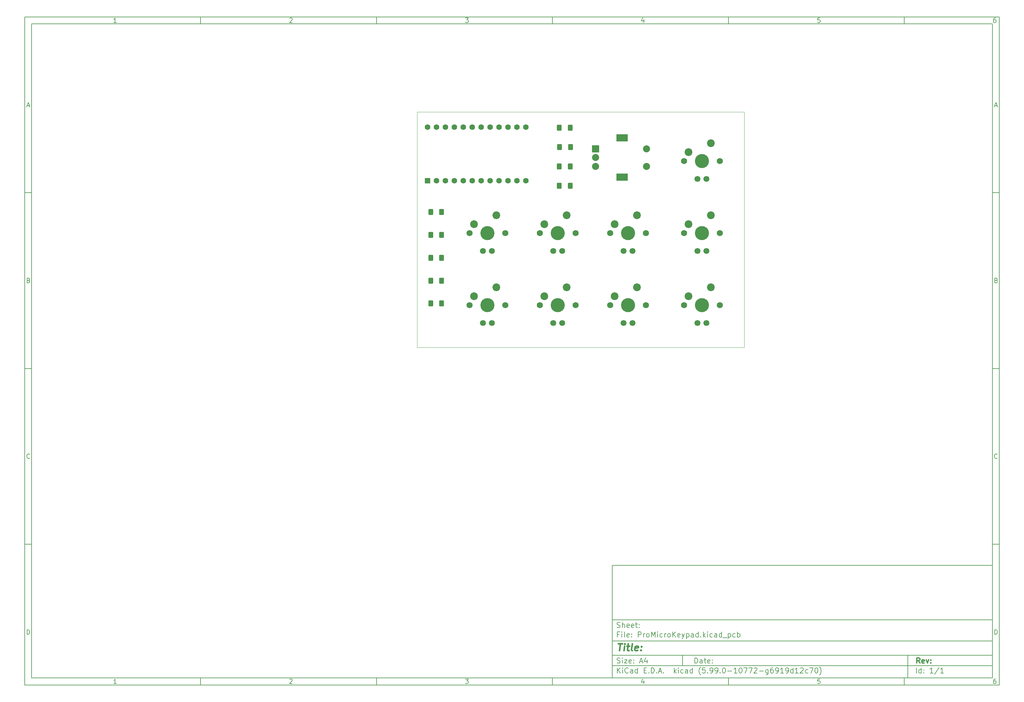
<source format=gbr>
%TF.GenerationSoftware,KiCad,Pcbnew,(5.99.0-10772-g6919d12c70)*%
%TF.CreationDate,2021-08-04T17:25:00+12:00*%
%TF.ProjectId,ProMicroKeypad,50726f4d-6963-4726-9f4b-65797061642e,rev?*%
%TF.SameCoordinates,Original*%
%TF.FileFunction,Soldermask,Top*%
%TF.FilePolarity,Negative*%
%FSLAX46Y46*%
G04 Gerber Fmt 4.6, Leading zero omitted, Abs format (unit mm)*
G04 Created by KiCad (PCBNEW (5.99.0-10772-g6919d12c70)) date 2021-08-04 17:25:00*
%MOMM*%
%LPD*%
G01*
G04 APERTURE LIST*
G04 Aperture macros list*
%AMRoundRect*
0 Rectangle with rounded corners*
0 $1 Rounding radius*
0 $2 $3 $4 $5 $6 $7 $8 $9 X,Y pos of 4 corners*
0 Add a 4 corners polygon primitive as box body*
4,1,4,$2,$3,$4,$5,$6,$7,$8,$9,$2,$3,0*
0 Add four circle primitives for the rounded corners*
1,1,$1+$1,$2,$3*
1,1,$1+$1,$4,$5*
1,1,$1+$1,$6,$7*
1,1,$1+$1,$8,$9*
0 Add four rect primitives between the rounded corners*
20,1,$1+$1,$2,$3,$4,$5,0*
20,1,$1+$1,$4,$5,$6,$7,0*
20,1,$1+$1,$6,$7,$8,$9,0*
20,1,$1+$1,$8,$9,$2,$3,0*%
G04 Aperture macros list end*
%ADD10C,0.100000*%
%ADD11C,0.150000*%
%ADD12C,0.300000*%
%ADD13C,0.400000*%
%TA.AperFunction,Profile*%
%ADD14C,0.100000*%
%TD*%
%ADD15C,1.750000*%
%ADD16C,4.000000*%
%ADD17C,2.200000*%
%ADD18C,1.690600*%
%ADD19RoundRect,0.250000X-0.400000X-0.625000X0.400000X-0.625000X0.400000X0.625000X-0.400000X0.625000X0*%
%ADD20R,1.600000X1.600000*%
%ADD21C,1.600000*%
%ADD22R,2.000000X2.000000*%
%ADD23C,2.000000*%
%ADD24R,3.200000X2.000000*%
G04 APERTURE END LIST*
D10*
D11*
X177002200Y-166007200D02*
X177002200Y-198007200D01*
X285002200Y-198007200D01*
X285002200Y-166007200D01*
X177002200Y-166007200D01*
D10*
D11*
X10000000Y-10000000D02*
X10000000Y-200007200D01*
X287002200Y-200007200D01*
X287002200Y-10000000D01*
X10000000Y-10000000D01*
D10*
D11*
X12000000Y-12000000D02*
X12000000Y-198007200D01*
X285002200Y-198007200D01*
X285002200Y-12000000D01*
X12000000Y-12000000D01*
D10*
D11*
X60000000Y-12000000D02*
X60000000Y-10000000D01*
D10*
D11*
X110000000Y-12000000D02*
X110000000Y-10000000D01*
D10*
D11*
X160000000Y-12000000D02*
X160000000Y-10000000D01*
D10*
D11*
X210000000Y-12000000D02*
X210000000Y-10000000D01*
D10*
D11*
X260000000Y-12000000D02*
X260000000Y-10000000D01*
D10*
D11*
X36065476Y-11588095D02*
X35322619Y-11588095D01*
X35694047Y-11588095D02*
X35694047Y-10288095D01*
X35570238Y-10473809D01*
X35446428Y-10597619D01*
X35322619Y-10659523D01*
D10*
D11*
X85322619Y-10411904D02*
X85384523Y-10350000D01*
X85508333Y-10288095D01*
X85817857Y-10288095D01*
X85941666Y-10350000D01*
X86003571Y-10411904D01*
X86065476Y-10535714D01*
X86065476Y-10659523D01*
X86003571Y-10845238D01*
X85260714Y-11588095D01*
X86065476Y-11588095D01*
D10*
D11*
X135260714Y-10288095D02*
X136065476Y-10288095D01*
X135632142Y-10783333D01*
X135817857Y-10783333D01*
X135941666Y-10845238D01*
X136003571Y-10907142D01*
X136065476Y-11030952D01*
X136065476Y-11340476D01*
X136003571Y-11464285D01*
X135941666Y-11526190D01*
X135817857Y-11588095D01*
X135446428Y-11588095D01*
X135322619Y-11526190D01*
X135260714Y-11464285D01*
D10*
D11*
X185941666Y-10721428D02*
X185941666Y-11588095D01*
X185632142Y-10226190D02*
X185322619Y-11154761D01*
X186127380Y-11154761D01*
D10*
D11*
X236003571Y-10288095D02*
X235384523Y-10288095D01*
X235322619Y-10907142D01*
X235384523Y-10845238D01*
X235508333Y-10783333D01*
X235817857Y-10783333D01*
X235941666Y-10845238D01*
X236003571Y-10907142D01*
X236065476Y-11030952D01*
X236065476Y-11340476D01*
X236003571Y-11464285D01*
X235941666Y-11526190D01*
X235817857Y-11588095D01*
X235508333Y-11588095D01*
X235384523Y-11526190D01*
X235322619Y-11464285D01*
D10*
D11*
X285941666Y-10288095D02*
X285694047Y-10288095D01*
X285570238Y-10350000D01*
X285508333Y-10411904D01*
X285384523Y-10597619D01*
X285322619Y-10845238D01*
X285322619Y-11340476D01*
X285384523Y-11464285D01*
X285446428Y-11526190D01*
X285570238Y-11588095D01*
X285817857Y-11588095D01*
X285941666Y-11526190D01*
X286003571Y-11464285D01*
X286065476Y-11340476D01*
X286065476Y-11030952D01*
X286003571Y-10907142D01*
X285941666Y-10845238D01*
X285817857Y-10783333D01*
X285570238Y-10783333D01*
X285446428Y-10845238D01*
X285384523Y-10907142D01*
X285322619Y-11030952D01*
D10*
D11*
X60000000Y-198007200D02*
X60000000Y-200007200D01*
D10*
D11*
X110000000Y-198007200D02*
X110000000Y-200007200D01*
D10*
D11*
X160000000Y-198007200D02*
X160000000Y-200007200D01*
D10*
D11*
X210000000Y-198007200D02*
X210000000Y-200007200D01*
D10*
D11*
X260000000Y-198007200D02*
X260000000Y-200007200D01*
D10*
D11*
X36065476Y-199595295D02*
X35322619Y-199595295D01*
X35694047Y-199595295D02*
X35694047Y-198295295D01*
X35570238Y-198481009D01*
X35446428Y-198604819D01*
X35322619Y-198666723D01*
D10*
D11*
X85322619Y-198419104D02*
X85384523Y-198357200D01*
X85508333Y-198295295D01*
X85817857Y-198295295D01*
X85941666Y-198357200D01*
X86003571Y-198419104D01*
X86065476Y-198542914D01*
X86065476Y-198666723D01*
X86003571Y-198852438D01*
X85260714Y-199595295D01*
X86065476Y-199595295D01*
D10*
D11*
X135260714Y-198295295D02*
X136065476Y-198295295D01*
X135632142Y-198790533D01*
X135817857Y-198790533D01*
X135941666Y-198852438D01*
X136003571Y-198914342D01*
X136065476Y-199038152D01*
X136065476Y-199347676D01*
X136003571Y-199471485D01*
X135941666Y-199533390D01*
X135817857Y-199595295D01*
X135446428Y-199595295D01*
X135322619Y-199533390D01*
X135260714Y-199471485D01*
D10*
D11*
X185941666Y-198728628D02*
X185941666Y-199595295D01*
X185632142Y-198233390D02*
X185322619Y-199161961D01*
X186127380Y-199161961D01*
D10*
D11*
X236003571Y-198295295D02*
X235384523Y-198295295D01*
X235322619Y-198914342D01*
X235384523Y-198852438D01*
X235508333Y-198790533D01*
X235817857Y-198790533D01*
X235941666Y-198852438D01*
X236003571Y-198914342D01*
X236065476Y-199038152D01*
X236065476Y-199347676D01*
X236003571Y-199471485D01*
X235941666Y-199533390D01*
X235817857Y-199595295D01*
X235508333Y-199595295D01*
X235384523Y-199533390D01*
X235322619Y-199471485D01*
D10*
D11*
X285941666Y-198295295D02*
X285694047Y-198295295D01*
X285570238Y-198357200D01*
X285508333Y-198419104D01*
X285384523Y-198604819D01*
X285322619Y-198852438D01*
X285322619Y-199347676D01*
X285384523Y-199471485D01*
X285446428Y-199533390D01*
X285570238Y-199595295D01*
X285817857Y-199595295D01*
X285941666Y-199533390D01*
X286003571Y-199471485D01*
X286065476Y-199347676D01*
X286065476Y-199038152D01*
X286003571Y-198914342D01*
X285941666Y-198852438D01*
X285817857Y-198790533D01*
X285570238Y-198790533D01*
X285446428Y-198852438D01*
X285384523Y-198914342D01*
X285322619Y-199038152D01*
D10*
D11*
X10000000Y-60000000D02*
X12000000Y-60000000D01*
D10*
D11*
X10000000Y-110000000D02*
X12000000Y-110000000D01*
D10*
D11*
X10000000Y-160000000D02*
X12000000Y-160000000D01*
D10*
D11*
X10690476Y-35216666D02*
X11309523Y-35216666D01*
X10566666Y-35588095D02*
X11000000Y-34288095D01*
X11433333Y-35588095D01*
D10*
D11*
X11092857Y-84907142D02*
X11278571Y-84969047D01*
X11340476Y-85030952D01*
X11402380Y-85154761D01*
X11402380Y-85340476D01*
X11340476Y-85464285D01*
X11278571Y-85526190D01*
X11154761Y-85588095D01*
X10659523Y-85588095D01*
X10659523Y-84288095D01*
X11092857Y-84288095D01*
X11216666Y-84350000D01*
X11278571Y-84411904D01*
X11340476Y-84535714D01*
X11340476Y-84659523D01*
X11278571Y-84783333D01*
X11216666Y-84845238D01*
X11092857Y-84907142D01*
X10659523Y-84907142D01*
D10*
D11*
X11402380Y-135464285D02*
X11340476Y-135526190D01*
X11154761Y-135588095D01*
X11030952Y-135588095D01*
X10845238Y-135526190D01*
X10721428Y-135402380D01*
X10659523Y-135278571D01*
X10597619Y-135030952D01*
X10597619Y-134845238D01*
X10659523Y-134597619D01*
X10721428Y-134473809D01*
X10845238Y-134350000D01*
X11030952Y-134288095D01*
X11154761Y-134288095D01*
X11340476Y-134350000D01*
X11402380Y-134411904D01*
D10*
D11*
X10659523Y-185588095D02*
X10659523Y-184288095D01*
X10969047Y-184288095D01*
X11154761Y-184350000D01*
X11278571Y-184473809D01*
X11340476Y-184597619D01*
X11402380Y-184845238D01*
X11402380Y-185030952D01*
X11340476Y-185278571D01*
X11278571Y-185402380D01*
X11154761Y-185526190D01*
X10969047Y-185588095D01*
X10659523Y-185588095D01*
D10*
D11*
X287002200Y-60000000D02*
X285002200Y-60000000D01*
D10*
D11*
X287002200Y-110000000D02*
X285002200Y-110000000D01*
D10*
D11*
X287002200Y-160000000D02*
X285002200Y-160000000D01*
D10*
D11*
X285692676Y-35216666D02*
X286311723Y-35216666D01*
X285568866Y-35588095D02*
X286002200Y-34288095D01*
X286435533Y-35588095D01*
D10*
D11*
X286095057Y-84907142D02*
X286280771Y-84969047D01*
X286342676Y-85030952D01*
X286404580Y-85154761D01*
X286404580Y-85340476D01*
X286342676Y-85464285D01*
X286280771Y-85526190D01*
X286156961Y-85588095D01*
X285661723Y-85588095D01*
X285661723Y-84288095D01*
X286095057Y-84288095D01*
X286218866Y-84350000D01*
X286280771Y-84411904D01*
X286342676Y-84535714D01*
X286342676Y-84659523D01*
X286280771Y-84783333D01*
X286218866Y-84845238D01*
X286095057Y-84907142D01*
X285661723Y-84907142D01*
D10*
D11*
X286404580Y-135464285D02*
X286342676Y-135526190D01*
X286156961Y-135588095D01*
X286033152Y-135588095D01*
X285847438Y-135526190D01*
X285723628Y-135402380D01*
X285661723Y-135278571D01*
X285599819Y-135030952D01*
X285599819Y-134845238D01*
X285661723Y-134597619D01*
X285723628Y-134473809D01*
X285847438Y-134350000D01*
X286033152Y-134288095D01*
X286156961Y-134288095D01*
X286342676Y-134350000D01*
X286404580Y-134411904D01*
D10*
D11*
X285661723Y-185588095D02*
X285661723Y-184288095D01*
X285971247Y-184288095D01*
X286156961Y-184350000D01*
X286280771Y-184473809D01*
X286342676Y-184597619D01*
X286404580Y-184845238D01*
X286404580Y-185030952D01*
X286342676Y-185278571D01*
X286280771Y-185402380D01*
X286156961Y-185526190D01*
X285971247Y-185588095D01*
X285661723Y-185588095D01*
D10*
D11*
X200434342Y-193785771D02*
X200434342Y-192285771D01*
X200791485Y-192285771D01*
X201005771Y-192357200D01*
X201148628Y-192500057D01*
X201220057Y-192642914D01*
X201291485Y-192928628D01*
X201291485Y-193142914D01*
X201220057Y-193428628D01*
X201148628Y-193571485D01*
X201005771Y-193714342D01*
X200791485Y-193785771D01*
X200434342Y-193785771D01*
X202577200Y-193785771D02*
X202577200Y-193000057D01*
X202505771Y-192857200D01*
X202362914Y-192785771D01*
X202077200Y-192785771D01*
X201934342Y-192857200D01*
X202577200Y-193714342D02*
X202434342Y-193785771D01*
X202077200Y-193785771D01*
X201934342Y-193714342D01*
X201862914Y-193571485D01*
X201862914Y-193428628D01*
X201934342Y-193285771D01*
X202077200Y-193214342D01*
X202434342Y-193214342D01*
X202577200Y-193142914D01*
X203077200Y-192785771D02*
X203648628Y-192785771D01*
X203291485Y-192285771D02*
X203291485Y-193571485D01*
X203362914Y-193714342D01*
X203505771Y-193785771D01*
X203648628Y-193785771D01*
X204720057Y-193714342D02*
X204577200Y-193785771D01*
X204291485Y-193785771D01*
X204148628Y-193714342D01*
X204077200Y-193571485D01*
X204077200Y-193000057D01*
X204148628Y-192857200D01*
X204291485Y-192785771D01*
X204577200Y-192785771D01*
X204720057Y-192857200D01*
X204791485Y-193000057D01*
X204791485Y-193142914D01*
X204077200Y-193285771D01*
X205434342Y-193642914D02*
X205505771Y-193714342D01*
X205434342Y-193785771D01*
X205362914Y-193714342D01*
X205434342Y-193642914D01*
X205434342Y-193785771D01*
X205434342Y-192857200D02*
X205505771Y-192928628D01*
X205434342Y-193000057D01*
X205362914Y-192928628D01*
X205434342Y-192857200D01*
X205434342Y-193000057D01*
D10*
D11*
X177002200Y-194507200D02*
X285002200Y-194507200D01*
D10*
D11*
X178434342Y-196585771D02*
X178434342Y-195085771D01*
X179291485Y-196585771D02*
X178648628Y-195728628D01*
X179291485Y-195085771D02*
X178434342Y-195942914D01*
X179934342Y-196585771D02*
X179934342Y-195585771D01*
X179934342Y-195085771D02*
X179862914Y-195157200D01*
X179934342Y-195228628D01*
X180005771Y-195157200D01*
X179934342Y-195085771D01*
X179934342Y-195228628D01*
X181505771Y-196442914D02*
X181434342Y-196514342D01*
X181220057Y-196585771D01*
X181077200Y-196585771D01*
X180862914Y-196514342D01*
X180720057Y-196371485D01*
X180648628Y-196228628D01*
X180577200Y-195942914D01*
X180577200Y-195728628D01*
X180648628Y-195442914D01*
X180720057Y-195300057D01*
X180862914Y-195157200D01*
X181077200Y-195085771D01*
X181220057Y-195085771D01*
X181434342Y-195157200D01*
X181505771Y-195228628D01*
X182791485Y-196585771D02*
X182791485Y-195800057D01*
X182720057Y-195657200D01*
X182577200Y-195585771D01*
X182291485Y-195585771D01*
X182148628Y-195657200D01*
X182791485Y-196514342D02*
X182648628Y-196585771D01*
X182291485Y-196585771D01*
X182148628Y-196514342D01*
X182077200Y-196371485D01*
X182077200Y-196228628D01*
X182148628Y-196085771D01*
X182291485Y-196014342D01*
X182648628Y-196014342D01*
X182791485Y-195942914D01*
X184148628Y-196585771D02*
X184148628Y-195085771D01*
X184148628Y-196514342D02*
X184005771Y-196585771D01*
X183720057Y-196585771D01*
X183577200Y-196514342D01*
X183505771Y-196442914D01*
X183434342Y-196300057D01*
X183434342Y-195871485D01*
X183505771Y-195728628D01*
X183577200Y-195657200D01*
X183720057Y-195585771D01*
X184005771Y-195585771D01*
X184148628Y-195657200D01*
X186005771Y-195800057D02*
X186505771Y-195800057D01*
X186720057Y-196585771D02*
X186005771Y-196585771D01*
X186005771Y-195085771D01*
X186720057Y-195085771D01*
X187362914Y-196442914D02*
X187434342Y-196514342D01*
X187362914Y-196585771D01*
X187291485Y-196514342D01*
X187362914Y-196442914D01*
X187362914Y-196585771D01*
X188077200Y-196585771D02*
X188077200Y-195085771D01*
X188434342Y-195085771D01*
X188648628Y-195157200D01*
X188791485Y-195300057D01*
X188862914Y-195442914D01*
X188934342Y-195728628D01*
X188934342Y-195942914D01*
X188862914Y-196228628D01*
X188791485Y-196371485D01*
X188648628Y-196514342D01*
X188434342Y-196585771D01*
X188077200Y-196585771D01*
X189577200Y-196442914D02*
X189648628Y-196514342D01*
X189577200Y-196585771D01*
X189505771Y-196514342D01*
X189577200Y-196442914D01*
X189577200Y-196585771D01*
X190220057Y-196157200D02*
X190934342Y-196157200D01*
X190077200Y-196585771D02*
X190577200Y-195085771D01*
X191077200Y-196585771D01*
X191577200Y-196442914D02*
X191648628Y-196514342D01*
X191577200Y-196585771D01*
X191505771Y-196514342D01*
X191577200Y-196442914D01*
X191577200Y-196585771D01*
X194577200Y-196585771D02*
X194577200Y-195085771D01*
X194720057Y-196014342D02*
X195148628Y-196585771D01*
X195148628Y-195585771D02*
X194577200Y-196157200D01*
X195791485Y-196585771D02*
X195791485Y-195585771D01*
X195791485Y-195085771D02*
X195720057Y-195157200D01*
X195791485Y-195228628D01*
X195862914Y-195157200D01*
X195791485Y-195085771D01*
X195791485Y-195228628D01*
X197148628Y-196514342D02*
X197005771Y-196585771D01*
X196720057Y-196585771D01*
X196577200Y-196514342D01*
X196505771Y-196442914D01*
X196434342Y-196300057D01*
X196434342Y-195871485D01*
X196505771Y-195728628D01*
X196577200Y-195657200D01*
X196720057Y-195585771D01*
X197005771Y-195585771D01*
X197148628Y-195657200D01*
X198434342Y-196585771D02*
X198434342Y-195800057D01*
X198362914Y-195657200D01*
X198220057Y-195585771D01*
X197934342Y-195585771D01*
X197791485Y-195657200D01*
X198434342Y-196514342D02*
X198291485Y-196585771D01*
X197934342Y-196585771D01*
X197791485Y-196514342D01*
X197720057Y-196371485D01*
X197720057Y-196228628D01*
X197791485Y-196085771D01*
X197934342Y-196014342D01*
X198291485Y-196014342D01*
X198434342Y-195942914D01*
X199791485Y-196585771D02*
X199791485Y-195085771D01*
X199791485Y-196514342D02*
X199648628Y-196585771D01*
X199362914Y-196585771D01*
X199220057Y-196514342D01*
X199148628Y-196442914D01*
X199077200Y-196300057D01*
X199077200Y-195871485D01*
X199148628Y-195728628D01*
X199220057Y-195657200D01*
X199362914Y-195585771D01*
X199648628Y-195585771D01*
X199791485Y-195657200D01*
X202077200Y-197157200D02*
X202005771Y-197085771D01*
X201862914Y-196871485D01*
X201791485Y-196728628D01*
X201720057Y-196514342D01*
X201648628Y-196157200D01*
X201648628Y-195871485D01*
X201720057Y-195514342D01*
X201791485Y-195300057D01*
X201862914Y-195157200D01*
X202005771Y-194942914D01*
X202077200Y-194871485D01*
X203362914Y-195085771D02*
X202648628Y-195085771D01*
X202577200Y-195800057D01*
X202648628Y-195728628D01*
X202791485Y-195657200D01*
X203148628Y-195657200D01*
X203291485Y-195728628D01*
X203362914Y-195800057D01*
X203434342Y-195942914D01*
X203434342Y-196300057D01*
X203362914Y-196442914D01*
X203291485Y-196514342D01*
X203148628Y-196585771D01*
X202791485Y-196585771D01*
X202648628Y-196514342D01*
X202577200Y-196442914D01*
X204077200Y-196442914D02*
X204148628Y-196514342D01*
X204077200Y-196585771D01*
X204005771Y-196514342D01*
X204077200Y-196442914D01*
X204077200Y-196585771D01*
X204862914Y-196585771D02*
X205148628Y-196585771D01*
X205291485Y-196514342D01*
X205362914Y-196442914D01*
X205505771Y-196228628D01*
X205577200Y-195942914D01*
X205577200Y-195371485D01*
X205505771Y-195228628D01*
X205434342Y-195157200D01*
X205291485Y-195085771D01*
X205005771Y-195085771D01*
X204862914Y-195157200D01*
X204791485Y-195228628D01*
X204720057Y-195371485D01*
X204720057Y-195728628D01*
X204791485Y-195871485D01*
X204862914Y-195942914D01*
X205005771Y-196014342D01*
X205291485Y-196014342D01*
X205434342Y-195942914D01*
X205505771Y-195871485D01*
X205577200Y-195728628D01*
X206291485Y-196585771D02*
X206577200Y-196585771D01*
X206720057Y-196514342D01*
X206791485Y-196442914D01*
X206934342Y-196228628D01*
X207005771Y-195942914D01*
X207005771Y-195371485D01*
X206934342Y-195228628D01*
X206862914Y-195157200D01*
X206720057Y-195085771D01*
X206434342Y-195085771D01*
X206291485Y-195157200D01*
X206220057Y-195228628D01*
X206148628Y-195371485D01*
X206148628Y-195728628D01*
X206220057Y-195871485D01*
X206291485Y-195942914D01*
X206434342Y-196014342D01*
X206720057Y-196014342D01*
X206862914Y-195942914D01*
X206934342Y-195871485D01*
X207005771Y-195728628D01*
X207648628Y-196442914D02*
X207720057Y-196514342D01*
X207648628Y-196585771D01*
X207577200Y-196514342D01*
X207648628Y-196442914D01*
X207648628Y-196585771D01*
X208648628Y-195085771D02*
X208791485Y-195085771D01*
X208934342Y-195157200D01*
X209005771Y-195228628D01*
X209077200Y-195371485D01*
X209148628Y-195657200D01*
X209148628Y-196014342D01*
X209077200Y-196300057D01*
X209005771Y-196442914D01*
X208934342Y-196514342D01*
X208791485Y-196585771D01*
X208648628Y-196585771D01*
X208505771Y-196514342D01*
X208434342Y-196442914D01*
X208362914Y-196300057D01*
X208291485Y-196014342D01*
X208291485Y-195657200D01*
X208362914Y-195371485D01*
X208434342Y-195228628D01*
X208505771Y-195157200D01*
X208648628Y-195085771D01*
X209791485Y-196014342D02*
X210934342Y-196014342D01*
X212434342Y-196585771D02*
X211577200Y-196585771D01*
X212005771Y-196585771D02*
X212005771Y-195085771D01*
X211862914Y-195300057D01*
X211720057Y-195442914D01*
X211577200Y-195514342D01*
X213362914Y-195085771D02*
X213505771Y-195085771D01*
X213648628Y-195157200D01*
X213720057Y-195228628D01*
X213791485Y-195371485D01*
X213862914Y-195657200D01*
X213862914Y-196014342D01*
X213791485Y-196300057D01*
X213720057Y-196442914D01*
X213648628Y-196514342D01*
X213505771Y-196585771D01*
X213362914Y-196585771D01*
X213220057Y-196514342D01*
X213148628Y-196442914D01*
X213077200Y-196300057D01*
X213005771Y-196014342D01*
X213005771Y-195657200D01*
X213077200Y-195371485D01*
X213148628Y-195228628D01*
X213220057Y-195157200D01*
X213362914Y-195085771D01*
X214362914Y-195085771D02*
X215362914Y-195085771D01*
X214720057Y-196585771D01*
X215791485Y-195085771D02*
X216791485Y-195085771D01*
X216148628Y-196585771D01*
X217291485Y-195228628D02*
X217362914Y-195157200D01*
X217505771Y-195085771D01*
X217862914Y-195085771D01*
X218005771Y-195157200D01*
X218077200Y-195228628D01*
X218148628Y-195371485D01*
X218148628Y-195514342D01*
X218077200Y-195728628D01*
X217220057Y-196585771D01*
X218148628Y-196585771D01*
X218791485Y-196014342D02*
X219934342Y-196014342D01*
X221291485Y-195585771D02*
X221291485Y-196800057D01*
X221220057Y-196942914D01*
X221148628Y-197014342D01*
X221005771Y-197085771D01*
X220791485Y-197085771D01*
X220648628Y-197014342D01*
X221291485Y-196514342D02*
X221148628Y-196585771D01*
X220862914Y-196585771D01*
X220720057Y-196514342D01*
X220648628Y-196442914D01*
X220577200Y-196300057D01*
X220577200Y-195871485D01*
X220648628Y-195728628D01*
X220720057Y-195657200D01*
X220862914Y-195585771D01*
X221148628Y-195585771D01*
X221291485Y-195657200D01*
X222648628Y-195085771D02*
X222362914Y-195085771D01*
X222220057Y-195157200D01*
X222148628Y-195228628D01*
X222005771Y-195442914D01*
X221934342Y-195728628D01*
X221934342Y-196300057D01*
X222005771Y-196442914D01*
X222077200Y-196514342D01*
X222220057Y-196585771D01*
X222505771Y-196585771D01*
X222648628Y-196514342D01*
X222720057Y-196442914D01*
X222791485Y-196300057D01*
X222791485Y-195942914D01*
X222720057Y-195800057D01*
X222648628Y-195728628D01*
X222505771Y-195657200D01*
X222220057Y-195657200D01*
X222077200Y-195728628D01*
X222005771Y-195800057D01*
X221934342Y-195942914D01*
X223505771Y-196585771D02*
X223791485Y-196585771D01*
X223934342Y-196514342D01*
X224005771Y-196442914D01*
X224148628Y-196228628D01*
X224220057Y-195942914D01*
X224220057Y-195371485D01*
X224148628Y-195228628D01*
X224077200Y-195157200D01*
X223934342Y-195085771D01*
X223648628Y-195085771D01*
X223505771Y-195157200D01*
X223434342Y-195228628D01*
X223362914Y-195371485D01*
X223362914Y-195728628D01*
X223434342Y-195871485D01*
X223505771Y-195942914D01*
X223648628Y-196014342D01*
X223934342Y-196014342D01*
X224077200Y-195942914D01*
X224148628Y-195871485D01*
X224220057Y-195728628D01*
X225648628Y-196585771D02*
X224791485Y-196585771D01*
X225220057Y-196585771D02*
X225220057Y-195085771D01*
X225077200Y-195300057D01*
X224934342Y-195442914D01*
X224791485Y-195514342D01*
X226362914Y-196585771D02*
X226648628Y-196585771D01*
X226791485Y-196514342D01*
X226862914Y-196442914D01*
X227005771Y-196228628D01*
X227077199Y-195942914D01*
X227077199Y-195371485D01*
X227005771Y-195228628D01*
X226934342Y-195157200D01*
X226791485Y-195085771D01*
X226505771Y-195085771D01*
X226362914Y-195157200D01*
X226291485Y-195228628D01*
X226220057Y-195371485D01*
X226220057Y-195728628D01*
X226291485Y-195871485D01*
X226362914Y-195942914D01*
X226505771Y-196014342D01*
X226791485Y-196014342D01*
X226934342Y-195942914D01*
X227005771Y-195871485D01*
X227077199Y-195728628D01*
X228362914Y-196585771D02*
X228362914Y-195085771D01*
X228362914Y-196514342D02*
X228220057Y-196585771D01*
X227934342Y-196585771D01*
X227791485Y-196514342D01*
X227720057Y-196442914D01*
X227648628Y-196300057D01*
X227648628Y-195871485D01*
X227720057Y-195728628D01*
X227791485Y-195657200D01*
X227934342Y-195585771D01*
X228220057Y-195585771D01*
X228362914Y-195657200D01*
X229862914Y-196585771D02*
X229005771Y-196585771D01*
X229434342Y-196585771D02*
X229434342Y-195085771D01*
X229291485Y-195300057D01*
X229148628Y-195442914D01*
X229005771Y-195514342D01*
X230434342Y-195228628D02*
X230505771Y-195157200D01*
X230648628Y-195085771D01*
X231005771Y-195085771D01*
X231148628Y-195157200D01*
X231220057Y-195228628D01*
X231291485Y-195371485D01*
X231291485Y-195514342D01*
X231220057Y-195728628D01*
X230362914Y-196585771D01*
X231291485Y-196585771D01*
X232577199Y-196514342D02*
X232434342Y-196585771D01*
X232148628Y-196585771D01*
X232005771Y-196514342D01*
X231934342Y-196442914D01*
X231862914Y-196300057D01*
X231862914Y-195871485D01*
X231934342Y-195728628D01*
X232005771Y-195657200D01*
X232148628Y-195585771D01*
X232434342Y-195585771D01*
X232577199Y-195657200D01*
X233077199Y-195085771D02*
X234077199Y-195085771D01*
X233434342Y-196585771D01*
X234934342Y-195085771D02*
X235077199Y-195085771D01*
X235220057Y-195157200D01*
X235291485Y-195228628D01*
X235362914Y-195371485D01*
X235434342Y-195657200D01*
X235434342Y-196014342D01*
X235362914Y-196300057D01*
X235291485Y-196442914D01*
X235220057Y-196514342D01*
X235077199Y-196585771D01*
X234934342Y-196585771D01*
X234791485Y-196514342D01*
X234720057Y-196442914D01*
X234648628Y-196300057D01*
X234577199Y-196014342D01*
X234577199Y-195657200D01*
X234648628Y-195371485D01*
X234720057Y-195228628D01*
X234791485Y-195157200D01*
X234934342Y-195085771D01*
X235934342Y-197157200D02*
X236005771Y-197085771D01*
X236148628Y-196871485D01*
X236220057Y-196728628D01*
X236291485Y-196514342D01*
X236362914Y-196157200D01*
X236362914Y-195871485D01*
X236291485Y-195514342D01*
X236220057Y-195300057D01*
X236148628Y-195157200D01*
X236005771Y-194942914D01*
X235934342Y-194871485D01*
D10*
D11*
X177002200Y-191507200D02*
X285002200Y-191507200D01*
D10*
D12*
X264411485Y-193785771D02*
X263911485Y-193071485D01*
X263554342Y-193785771D02*
X263554342Y-192285771D01*
X264125771Y-192285771D01*
X264268628Y-192357200D01*
X264340057Y-192428628D01*
X264411485Y-192571485D01*
X264411485Y-192785771D01*
X264340057Y-192928628D01*
X264268628Y-193000057D01*
X264125771Y-193071485D01*
X263554342Y-193071485D01*
X265625771Y-193714342D02*
X265482914Y-193785771D01*
X265197200Y-193785771D01*
X265054342Y-193714342D01*
X264982914Y-193571485D01*
X264982914Y-193000057D01*
X265054342Y-192857200D01*
X265197200Y-192785771D01*
X265482914Y-192785771D01*
X265625771Y-192857200D01*
X265697200Y-193000057D01*
X265697200Y-193142914D01*
X264982914Y-193285771D01*
X266197200Y-192785771D02*
X266554342Y-193785771D01*
X266911485Y-192785771D01*
X267482914Y-193642914D02*
X267554342Y-193714342D01*
X267482914Y-193785771D01*
X267411485Y-193714342D01*
X267482914Y-193642914D01*
X267482914Y-193785771D01*
X267482914Y-192857200D02*
X267554342Y-192928628D01*
X267482914Y-193000057D01*
X267411485Y-192928628D01*
X267482914Y-192857200D01*
X267482914Y-193000057D01*
D10*
D11*
X178362914Y-193714342D02*
X178577200Y-193785771D01*
X178934342Y-193785771D01*
X179077200Y-193714342D01*
X179148628Y-193642914D01*
X179220057Y-193500057D01*
X179220057Y-193357200D01*
X179148628Y-193214342D01*
X179077200Y-193142914D01*
X178934342Y-193071485D01*
X178648628Y-193000057D01*
X178505771Y-192928628D01*
X178434342Y-192857200D01*
X178362914Y-192714342D01*
X178362914Y-192571485D01*
X178434342Y-192428628D01*
X178505771Y-192357200D01*
X178648628Y-192285771D01*
X179005771Y-192285771D01*
X179220057Y-192357200D01*
X179862914Y-193785771D02*
X179862914Y-192785771D01*
X179862914Y-192285771D02*
X179791485Y-192357200D01*
X179862914Y-192428628D01*
X179934342Y-192357200D01*
X179862914Y-192285771D01*
X179862914Y-192428628D01*
X180434342Y-192785771D02*
X181220057Y-192785771D01*
X180434342Y-193785771D01*
X181220057Y-193785771D01*
X182362914Y-193714342D02*
X182220057Y-193785771D01*
X181934342Y-193785771D01*
X181791485Y-193714342D01*
X181720057Y-193571485D01*
X181720057Y-193000057D01*
X181791485Y-192857200D01*
X181934342Y-192785771D01*
X182220057Y-192785771D01*
X182362914Y-192857200D01*
X182434342Y-193000057D01*
X182434342Y-193142914D01*
X181720057Y-193285771D01*
X183077200Y-193642914D02*
X183148628Y-193714342D01*
X183077200Y-193785771D01*
X183005771Y-193714342D01*
X183077200Y-193642914D01*
X183077200Y-193785771D01*
X183077200Y-192857200D02*
X183148628Y-192928628D01*
X183077200Y-193000057D01*
X183005771Y-192928628D01*
X183077200Y-192857200D01*
X183077200Y-193000057D01*
X184862914Y-193357200D02*
X185577200Y-193357200D01*
X184720057Y-193785771D02*
X185220057Y-192285771D01*
X185720057Y-193785771D01*
X186862914Y-192785771D02*
X186862914Y-193785771D01*
X186505771Y-192214342D02*
X186148628Y-193285771D01*
X187077200Y-193285771D01*
D10*
D11*
X263434342Y-196585771D02*
X263434342Y-195085771D01*
X264791485Y-196585771D02*
X264791485Y-195085771D01*
X264791485Y-196514342D02*
X264648628Y-196585771D01*
X264362914Y-196585771D01*
X264220057Y-196514342D01*
X264148628Y-196442914D01*
X264077200Y-196300057D01*
X264077200Y-195871485D01*
X264148628Y-195728628D01*
X264220057Y-195657200D01*
X264362914Y-195585771D01*
X264648628Y-195585771D01*
X264791485Y-195657200D01*
X265505771Y-196442914D02*
X265577200Y-196514342D01*
X265505771Y-196585771D01*
X265434342Y-196514342D01*
X265505771Y-196442914D01*
X265505771Y-196585771D01*
X265505771Y-195657200D02*
X265577200Y-195728628D01*
X265505771Y-195800057D01*
X265434342Y-195728628D01*
X265505771Y-195657200D01*
X265505771Y-195800057D01*
X268148628Y-196585771D02*
X267291485Y-196585771D01*
X267720057Y-196585771D02*
X267720057Y-195085771D01*
X267577200Y-195300057D01*
X267434342Y-195442914D01*
X267291485Y-195514342D01*
X269862914Y-195014342D02*
X268577200Y-196942914D01*
X271148628Y-196585771D02*
X270291485Y-196585771D01*
X270720057Y-196585771D02*
X270720057Y-195085771D01*
X270577200Y-195300057D01*
X270434342Y-195442914D01*
X270291485Y-195514342D01*
D10*
D11*
X177002200Y-187507200D02*
X285002200Y-187507200D01*
D10*
D13*
X178714580Y-188211961D02*
X179857438Y-188211961D01*
X179036009Y-190211961D02*
X179286009Y-188211961D01*
X180274104Y-190211961D02*
X180440771Y-188878628D01*
X180524104Y-188211961D02*
X180416961Y-188307200D01*
X180500295Y-188402438D01*
X180607438Y-188307200D01*
X180524104Y-188211961D01*
X180500295Y-188402438D01*
X181107438Y-188878628D02*
X181869342Y-188878628D01*
X181476485Y-188211961D02*
X181262200Y-189926247D01*
X181333628Y-190116723D01*
X181512200Y-190211961D01*
X181702676Y-190211961D01*
X182655057Y-190211961D02*
X182476485Y-190116723D01*
X182405057Y-189926247D01*
X182619342Y-188211961D01*
X184190771Y-190116723D02*
X183988390Y-190211961D01*
X183607438Y-190211961D01*
X183428866Y-190116723D01*
X183357438Y-189926247D01*
X183452676Y-189164342D01*
X183571723Y-188973866D01*
X183774104Y-188878628D01*
X184155057Y-188878628D01*
X184333628Y-188973866D01*
X184405057Y-189164342D01*
X184381247Y-189354819D01*
X183405057Y-189545295D01*
X185155057Y-190021485D02*
X185238390Y-190116723D01*
X185131247Y-190211961D01*
X185047914Y-190116723D01*
X185155057Y-190021485D01*
X185131247Y-190211961D01*
X185286009Y-188973866D02*
X185369342Y-189069104D01*
X185262200Y-189164342D01*
X185178866Y-189069104D01*
X185286009Y-188973866D01*
X185262200Y-189164342D01*
D10*
D11*
X178934342Y-185600057D02*
X178434342Y-185600057D01*
X178434342Y-186385771D02*
X178434342Y-184885771D01*
X179148628Y-184885771D01*
X179720057Y-186385771D02*
X179720057Y-185385771D01*
X179720057Y-184885771D02*
X179648628Y-184957200D01*
X179720057Y-185028628D01*
X179791485Y-184957200D01*
X179720057Y-184885771D01*
X179720057Y-185028628D01*
X180648628Y-186385771D02*
X180505771Y-186314342D01*
X180434342Y-186171485D01*
X180434342Y-184885771D01*
X181791485Y-186314342D02*
X181648628Y-186385771D01*
X181362914Y-186385771D01*
X181220057Y-186314342D01*
X181148628Y-186171485D01*
X181148628Y-185600057D01*
X181220057Y-185457200D01*
X181362914Y-185385771D01*
X181648628Y-185385771D01*
X181791485Y-185457200D01*
X181862914Y-185600057D01*
X181862914Y-185742914D01*
X181148628Y-185885771D01*
X182505771Y-186242914D02*
X182577200Y-186314342D01*
X182505771Y-186385771D01*
X182434342Y-186314342D01*
X182505771Y-186242914D01*
X182505771Y-186385771D01*
X182505771Y-185457200D02*
X182577200Y-185528628D01*
X182505771Y-185600057D01*
X182434342Y-185528628D01*
X182505771Y-185457200D01*
X182505771Y-185600057D01*
X184362914Y-186385771D02*
X184362914Y-184885771D01*
X184934342Y-184885771D01*
X185077200Y-184957200D01*
X185148628Y-185028628D01*
X185220057Y-185171485D01*
X185220057Y-185385771D01*
X185148628Y-185528628D01*
X185077200Y-185600057D01*
X184934342Y-185671485D01*
X184362914Y-185671485D01*
X185862914Y-186385771D02*
X185862914Y-185385771D01*
X185862914Y-185671485D02*
X185934342Y-185528628D01*
X186005771Y-185457200D01*
X186148628Y-185385771D01*
X186291485Y-185385771D01*
X187005771Y-186385771D02*
X186862914Y-186314342D01*
X186791485Y-186242914D01*
X186720057Y-186100057D01*
X186720057Y-185671485D01*
X186791485Y-185528628D01*
X186862914Y-185457200D01*
X187005771Y-185385771D01*
X187220057Y-185385771D01*
X187362914Y-185457200D01*
X187434342Y-185528628D01*
X187505771Y-185671485D01*
X187505771Y-186100057D01*
X187434342Y-186242914D01*
X187362914Y-186314342D01*
X187220057Y-186385771D01*
X187005771Y-186385771D01*
X188148628Y-186385771D02*
X188148628Y-184885771D01*
X188648628Y-185957200D01*
X189148628Y-184885771D01*
X189148628Y-186385771D01*
X189862914Y-186385771D02*
X189862914Y-185385771D01*
X189862914Y-184885771D02*
X189791485Y-184957200D01*
X189862914Y-185028628D01*
X189934342Y-184957200D01*
X189862914Y-184885771D01*
X189862914Y-185028628D01*
X191220057Y-186314342D02*
X191077200Y-186385771D01*
X190791485Y-186385771D01*
X190648628Y-186314342D01*
X190577200Y-186242914D01*
X190505771Y-186100057D01*
X190505771Y-185671485D01*
X190577200Y-185528628D01*
X190648628Y-185457200D01*
X190791485Y-185385771D01*
X191077200Y-185385771D01*
X191220057Y-185457200D01*
X191862914Y-186385771D02*
X191862914Y-185385771D01*
X191862914Y-185671485D02*
X191934342Y-185528628D01*
X192005771Y-185457200D01*
X192148628Y-185385771D01*
X192291485Y-185385771D01*
X193005771Y-186385771D02*
X192862914Y-186314342D01*
X192791485Y-186242914D01*
X192720057Y-186100057D01*
X192720057Y-185671485D01*
X192791485Y-185528628D01*
X192862914Y-185457200D01*
X193005771Y-185385771D01*
X193220057Y-185385771D01*
X193362914Y-185457200D01*
X193434342Y-185528628D01*
X193505771Y-185671485D01*
X193505771Y-186100057D01*
X193434342Y-186242914D01*
X193362914Y-186314342D01*
X193220057Y-186385771D01*
X193005771Y-186385771D01*
X194148628Y-186385771D02*
X194148628Y-184885771D01*
X195005771Y-186385771D02*
X194362914Y-185528628D01*
X195005771Y-184885771D02*
X194148628Y-185742914D01*
X196220057Y-186314342D02*
X196077200Y-186385771D01*
X195791485Y-186385771D01*
X195648628Y-186314342D01*
X195577200Y-186171485D01*
X195577200Y-185600057D01*
X195648628Y-185457200D01*
X195791485Y-185385771D01*
X196077200Y-185385771D01*
X196220057Y-185457200D01*
X196291485Y-185600057D01*
X196291485Y-185742914D01*
X195577200Y-185885771D01*
X196791485Y-185385771D02*
X197148628Y-186385771D01*
X197505771Y-185385771D02*
X197148628Y-186385771D01*
X197005771Y-186742914D01*
X196934342Y-186814342D01*
X196791485Y-186885771D01*
X198077200Y-185385771D02*
X198077200Y-186885771D01*
X198077200Y-185457200D02*
X198220057Y-185385771D01*
X198505771Y-185385771D01*
X198648628Y-185457200D01*
X198720057Y-185528628D01*
X198791485Y-185671485D01*
X198791485Y-186100057D01*
X198720057Y-186242914D01*
X198648628Y-186314342D01*
X198505771Y-186385771D01*
X198220057Y-186385771D01*
X198077200Y-186314342D01*
X200077200Y-186385771D02*
X200077200Y-185600057D01*
X200005771Y-185457200D01*
X199862914Y-185385771D01*
X199577200Y-185385771D01*
X199434342Y-185457200D01*
X200077200Y-186314342D02*
X199934342Y-186385771D01*
X199577200Y-186385771D01*
X199434342Y-186314342D01*
X199362914Y-186171485D01*
X199362914Y-186028628D01*
X199434342Y-185885771D01*
X199577200Y-185814342D01*
X199934342Y-185814342D01*
X200077200Y-185742914D01*
X201434342Y-186385771D02*
X201434342Y-184885771D01*
X201434342Y-186314342D02*
X201291485Y-186385771D01*
X201005771Y-186385771D01*
X200862914Y-186314342D01*
X200791485Y-186242914D01*
X200720057Y-186100057D01*
X200720057Y-185671485D01*
X200791485Y-185528628D01*
X200862914Y-185457200D01*
X201005771Y-185385771D01*
X201291485Y-185385771D01*
X201434342Y-185457200D01*
X202148628Y-186242914D02*
X202220057Y-186314342D01*
X202148628Y-186385771D01*
X202077200Y-186314342D01*
X202148628Y-186242914D01*
X202148628Y-186385771D01*
X202862914Y-186385771D02*
X202862914Y-184885771D01*
X203005771Y-185814342D02*
X203434342Y-186385771D01*
X203434342Y-185385771D02*
X202862914Y-185957200D01*
X204077200Y-186385771D02*
X204077200Y-185385771D01*
X204077200Y-184885771D02*
X204005771Y-184957200D01*
X204077200Y-185028628D01*
X204148628Y-184957200D01*
X204077200Y-184885771D01*
X204077200Y-185028628D01*
X205434342Y-186314342D02*
X205291485Y-186385771D01*
X205005771Y-186385771D01*
X204862914Y-186314342D01*
X204791485Y-186242914D01*
X204720057Y-186100057D01*
X204720057Y-185671485D01*
X204791485Y-185528628D01*
X204862914Y-185457200D01*
X205005771Y-185385771D01*
X205291485Y-185385771D01*
X205434342Y-185457200D01*
X206720057Y-186385771D02*
X206720057Y-185600057D01*
X206648628Y-185457200D01*
X206505771Y-185385771D01*
X206220057Y-185385771D01*
X206077200Y-185457200D01*
X206720057Y-186314342D02*
X206577200Y-186385771D01*
X206220057Y-186385771D01*
X206077200Y-186314342D01*
X206005771Y-186171485D01*
X206005771Y-186028628D01*
X206077200Y-185885771D01*
X206220057Y-185814342D01*
X206577200Y-185814342D01*
X206720057Y-185742914D01*
X208077200Y-186385771D02*
X208077200Y-184885771D01*
X208077200Y-186314342D02*
X207934342Y-186385771D01*
X207648628Y-186385771D01*
X207505771Y-186314342D01*
X207434342Y-186242914D01*
X207362914Y-186100057D01*
X207362914Y-185671485D01*
X207434342Y-185528628D01*
X207505771Y-185457200D01*
X207648628Y-185385771D01*
X207934342Y-185385771D01*
X208077200Y-185457200D01*
X208434342Y-186528628D02*
X209577200Y-186528628D01*
X209934342Y-185385771D02*
X209934342Y-186885771D01*
X209934342Y-185457200D02*
X210077200Y-185385771D01*
X210362914Y-185385771D01*
X210505771Y-185457200D01*
X210577200Y-185528628D01*
X210648628Y-185671485D01*
X210648628Y-186100057D01*
X210577200Y-186242914D01*
X210505771Y-186314342D01*
X210362914Y-186385771D01*
X210077200Y-186385771D01*
X209934342Y-186314342D01*
X211934342Y-186314342D02*
X211791485Y-186385771D01*
X211505771Y-186385771D01*
X211362914Y-186314342D01*
X211291485Y-186242914D01*
X211220057Y-186100057D01*
X211220057Y-185671485D01*
X211291485Y-185528628D01*
X211362914Y-185457200D01*
X211505771Y-185385771D01*
X211791485Y-185385771D01*
X211934342Y-185457200D01*
X212577200Y-186385771D02*
X212577200Y-184885771D01*
X212577200Y-185457200D02*
X212720057Y-185385771D01*
X213005771Y-185385771D01*
X213148628Y-185457200D01*
X213220057Y-185528628D01*
X213291485Y-185671485D01*
X213291485Y-186100057D01*
X213220057Y-186242914D01*
X213148628Y-186314342D01*
X213005771Y-186385771D01*
X212720057Y-186385771D01*
X212577200Y-186314342D01*
D10*
D11*
X177002200Y-181507200D02*
X285002200Y-181507200D01*
D10*
D11*
X178362914Y-183614342D02*
X178577200Y-183685771D01*
X178934342Y-183685771D01*
X179077200Y-183614342D01*
X179148628Y-183542914D01*
X179220057Y-183400057D01*
X179220057Y-183257200D01*
X179148628Y-183114342D01*
X179077200Y-183042914D01*
X178934342Y-182971485D01*
X178648628Y-182900057D01*
X178505771Y-182828628D01*
X178434342Y-182757200D01*
X178362914Y-182614342D01*
X178362914Y-182471485D01*
X178434342Y-182328628D01*
X178505771Y-182257200D01*
X178648628Y-182185771D01*
X179005771Y-182185771D01*
X179220057Y-182257200D01*
X179862914Y-183685771D02*
X179862914Y-182185771D01*
X180505771Y-183685771D02*
X180505771Y-182900057D01*
X180434342Y-182757200D01*
X180291485Y-182685771D01*
X180077200Y-182685771D01*
X179934342Y-182757200D01*
X179862914Y-182828628D01*
X181791485Y-183614342D02*
X181648628Y-183685771D01*
X181362914Y-183685771D01*
X181220057Y-183614342D01*
X181148628Y-183471485D01*
X181148628Y-182900057D01*
X181220057Y-182757200D01*
X181362914Y-182685771D01*
X181648628Y-182685771D01*
X181791485Y-182757200D01*
X181862914Y-182900057D01*
X181862914Y-183042914D01*
X181148628Y-183185771D01*
X183077200Y-183614342D02*
X182934342Y-183685771D01*
X182648628Y-183685771D01*
X182505771Y-183614342D01*
X182434342Y-183471485D01*
X182434342Y-182900057D01*
X182505771Y-182757200D01*
X182648628Y-182685771D01*
X182934342Y-182685771D01*
X183077200Y-182757200D01*
X183148628Y-182900057D01*
X183148628Y-183042914D01*
X182434342Y-183185771D01*
X183577200Y-182685771D02*
X184148628Y-182685771D01*
X183791485Y-182185771D02*
X183791485Y-183471485D01*
X183862914Y-183614342D01*
X184005771Y-183685771D01*
X184148628Y-183685771D01*
X184648628Y-183542914D02*
X184720057Y-183614342D01*
X184648628Y-183685771D01*
X184577200Y-183614342D01*
X184648628Y-183542914D01*
X184648628Y-183685771D01*
X184648628Y-182757200D02*
X184720057Y-182828628D01*
X184648628Y-182900057D01*
X184577200Y-182828628D01*
X184648628Y-182757200D01*
X184648628Y-182900057D01*
D10*
D12*
D10*
D11*
D10*
D11*
D10*
D11*
D10*
D11*
D10*
D11*
X197002200Y-191507200D02*
X197002200Y-194507200D01*
D10*
D11*
X261002200Y-191507200D02*
X261002200Y-198007200D01*
D14*
X121500000Y-37000000D02*
X214500000Y-37000000D01*
X214500000Y-37000000D02*
X214500000Y-104000000D01*
X214500000Y-104000000D02*
X121500000Y-104000000D01*
X121500000Y-104000000D02*
X121500000Y-37000000D01*
D15*
%TO.C,U4*%
X136420000Y-71500000D03*
X146580000Y-71500000D03*
D16*
X141500000Y-71500000D03*
D17*
X137690000Y-68960000D03*
X144040000Y-66420000D03*
D18*
X140230000Y-76580000D03*
X142770000Y-76580000D03*
%TD*%
D16*
%TO.C,U2*%
X161500000Y-92000000D03*
D15*
X166580000Y-92000000D03*
X156420000Y-92000000D03*
D17*
X157690000Y-89460000D03*
X164040000Y-86920000D03*
D18*
X160230000Y-97080000D03*
X162770000Y-97080000D03*
%TD*%
D19*
%TO.C,R8*%
X162000000Y-47000000D03*
X165100000Y-47000000D03*
%TD*%
D15*
%TO.C,U3*%
X186580000Y-92000000D03*
X176420000Y-92000000D03*
D16*
X181500000Y-92000000D03*
D17*
X177690000Y-89460000D03*
X184040000Y-86920000D03*
D18*
X180230000Y-97080000D03*
X182770000Y-97080000D03*
%TD*%
D20*
%TO.C,U10*%
X124530000Y-56620000D03*
D21*
X127070000Y-56620000D03*
X129610000Y-56620000D03*
X132150000Y-56620000D03*
X134690000Y-56620000D03*
X137230000Y-56620000D03*
X139770000Y-56620000D03*
X142310000Y-56620000D03*
X144850000Y-56620000D03*
X147390000Y-56620000D03*
X149930000Y-56620000D03*
X152470000Y-56620000D03*
X152470000Y-41380000D03*
X149930000Y-41380000D03*
X147390000Y-41380000D03*
X144850000Y-41380000D03*
X142310000Y-41380000D03*
X139770000Y-41380000D03*
X137230000Y-41380000D03*
X134690000Y-41380000D03*
X132150000Y-41380000D03*
X129610000Y-41380000D03*
X127070000Y-41380000D03*
X124530000Y-41380000D03*
%TD*%
D19*
%TO.C,R1*%
X125400000Y-91500000D03*
X128500000Y-91500000D03*
%TD*%
%TO.C,R5*%
X125400000Y-65500000D03*
X128500000Y-65500000D03*
%TD*%
%TO.C,R9*%
X161950000Y-41500000D03*
X165050000Y-41500000D03*
%TD*%
D16*
%TO.C,U1*%
X141500000Y-92000000D03*
D15*
X146580000Y-92000000D03*
X136420000Y-92000000D03*
D17*
X137690000Y-89460000D03*
X144040000Y-86920000D03*
D18*
X140230000Y-97080000D03*
X142770000Y-97080000D03*
%TD*%
D19*
%TO.C,R7*%
X161950000Y-52500000D03*
X165050000Y-52500000D03*
%TD*%
D15*
%TO.C,U5*%
X166580000Y-71500000D03*
D16*
X161500000Y-71500000D03*
D15*
X156420000Y-71500000D03*
D17*
X157690000Y-68960000D03*
X164040000Y-66420000D03*
D18*
X160230000Y-76580000D03*
X162770000Y-76580000D03*
%TD*%
D15*
%TO.C,U8*%
X197420000Y-71500000D03*
D16*
X202500000Y-71500000D03*
D15*
X207580000Y-71500000D03*
D17*
X198690000Y-68960000D03*
X205040000Y-66420000D03*
D18*
X201230000Y-76580000D03*
X203770000Y-76580000D03*
%TD*%
D16*
%TO.C,U9*%
X202500000Y-92000000D03*
D15*
X207580000Y-92000000D03*
X197420000Y-92000000D03*
D17*
X198690000Y-89460000D03*
X205040000Y-86920000D03*
D18*
X201230000Y-97080000D03*
X203770000Y-97080000D03*
%TD*%
D16*
%TO.C,U7*%
X202500000Y-51000000D03*
D15*
X197420000Y-51000000D03*
X207580000Y-51000000D03*
D17*
X198690000Y-48460000D03*
X205040000Y-45920000D03*
D18*
X201230000Y-56080000D03*
X203770000Y-56080000D03*
%TD*%
D22*
%TO.C,SW1*%
X172250000Y-47500000D03*
D23*
X172250000Y-52500000D03*
X172250000Y-50000000D03*
D24*
X179750000Y-55600000D03*
X179750000Y-44400000D03*
D23*
X186750000Y-52500000D03*
X186750000Y-47500000D03*
%TD*%
D15*
%TO.C,U6*%
X176420000Y-71500000D03*
X186580000Y-71500000D03*
D16*
X181500000Y-71500000D03*
D17*
X177690000Y-68960000D03*
X184040000Y-66420000D03*
D18*
X180230000Y-76580000D03*
X182770000Y-76580000D03*
%TD*%
D19*
%TO.C,R4*%
X125400000Y-72000000D03*
X128500000Y-72000000D03*
%TD*%
%TO.C,R2*%
X125400000Y-85000000D03*
X128500000Y-85000000D03*
%TD*%
%TO.C,R6*%
X161950000Y-58000000D03*
X165050000Y-58000000D03*
%TD*%
%TO.C,R3*%
X125400000Y-78500000D03*
X128500000Y-78500000D03*
%TD*%
M02*

</source>
